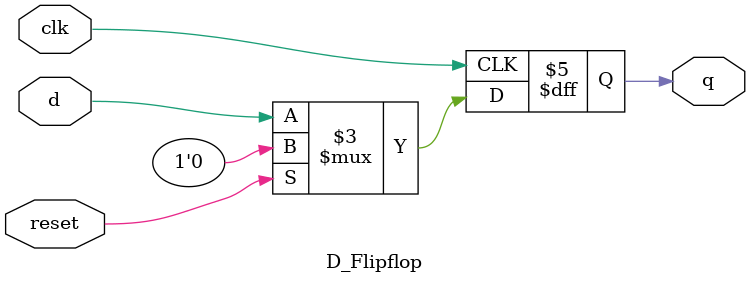
<source format=v>
module rcCounter(
output[3:0] q,
input clk, reset
);
T_Flipflop tff0(q[0], clk, reset);
T_Flipflop tff1(q[1], q[0], reset);
T_Flipflop tff2(q[2], q[1], reset);
T_Flipflop tff3(q[3], q[2], reset);
endmodule
module T_Flipflop(q, clk, reset);
	output q;
	input clk, reset;
	wire d;

	D_Flipflop dff0(q, d, clk, reset);
	not n1(d, q);

endmodule
module D_Flipflop(q, d, clk, reset);
	output q;
	input d, clk, reset;
	reg q;

	always @(negedge clk)
		if (reset) q <= 1'b0;
		else q <= d;

endmodule

</source>
